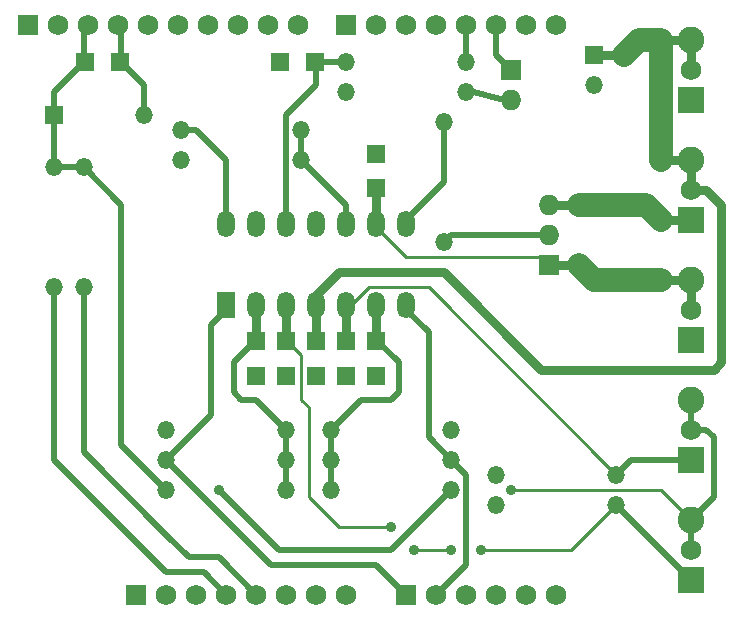
<source format=gtl>
G04 (created by PCBNEW (22-Jun-2014 BZR 4027)-stable) date Thu 21 Jun 2018 11:33:33 PM CDT*
%MOIN*%
G04 Gerber Fmt 3.4, Leading zero omitted, Abs format*
%FSLAX34Y34*%
G01*
G70*
G90*
G04 APERTURE LIST*
%ADD10C,0.00590551*%
%ADD11R,0.059X0.059*%
%ADD12O,0.059X0.059*%
%ADD13R,0.059X0.0885*%
%ADD14O,0.059X0.0885*%
%ADD15R,0.064X0.059*%
%ADD16R,0.059X0.064*%
%ADD17R,0.069X0.069*%
%ADD18C,0.069*%
%ADD19O,0.069X0.069*%
%ADD20R,0.089X0.089*%
%ADD21C,0.089*%
%ADD22C,0.035*%
%ADD23C,0.03*%
%ADD24C,0.08*%
%ADD25C,0.02*%
%ADD26C,0.01*%
G04 APERTURE END LIST*
G54D10*
G54D11*
X88250Y-50000D03*
G54D12*
X88250Y-51000D03*
G54D13*
X76000Y-58352D03*
G54D14*
X77000Y-58352D03*
X78000Y-58352D03*
X79000Y-58352D03*
X79000Y-55647D03*
X78000Y-55647D03*
X77000Y-55647D03*
X76000Y-55647D03*
X80000Y-58352D03*
X81000Y-58352D03*
X82000Y-58352D03*
X80000Y-55647D03*
X81000Y-55647D03*
X82000Y-55647D03*
G54D15*
X71300Y-50250D03*
X72450Y-50250D03*
G54D16*
X77000Y-59550D03*
X77000Y-60700D03*
X78000Y-59550D03*
X78000Y-60700D03*
X81000Y-54450D03*
X81000Y-53300D03*
X81000Y-59550D03*
X81000Y-60700D03*
X80000Y-59550D03*
X80000Y-60700D03*
X79000Y-59550D03*
X79000Y-60700D03*
G54D17*
X73000Y-68000D03*
G54D18*
X74000Y-68000D03*
X75000Y-68000D03*
X76000Y-68000D03*
X77000Y-68000D03*
X78000Y-68000D03*
X79000Y-68000D03*
X80000Y-68000D03*
G54D17*
X80000Y-49000D03*
G54D18*
X81000Y-49000D03*
X82000Y-49000D03*
X83000Y-49000D03*
X84000Y-49000D03*
X85000Y-49000D03*
X86000Y-49000D03*
X87000Y-49000D03*
G54D17*
X82000Y-68000D03*
G54D18*
X83000Y-68000D03*
X84000Y-68000D03*
X85000Y-68000D03*
X86000Y-68000D03*
X87000Y-68000D03*
G54D17*
X69400Y-49000D03*
G54D18*
X70400Y-49000D03*
X71400Y-49000D03*
X72400Y-49000D03*
X73400Y-49000D03*
X74400Y-49000D03*
X75400Y-49000D03*
X76400Y-49000D03*
X77400Y-49000D03*
X78400Y-49000D03*
G54D17*
X85500Y-50500D03*
G54D19*
X85500Y-51500D03*
G54D20*
X91500Y-51500D03*
G54D21*
X91500Y-49500D03*
G54D18*
X91500Y-50500D03*
G54D20*
X91500Y-55500D03*
G54D21*
X91500Y-53500D03*
G54D18*
X91500Y-54500D03*
G54D20*
X91500Y-59500D03*
G54D21*
X91500Y-57500D03*
G54D18*
X91500Y-58500D03*
G54D20*
X91500Y-63500D03*
G54D21*
X91500Y-61500D03*
G54D18*
X91500Y-62500D03*
G54D12*
X74500Y-53500D03*
X78500Y-53500D03*
X71250Y-57750D03*
X71250Y-53750D03*
X80000Y-50250D03*
X84000Y-50250D03*
G54D11*
X70250Y-52000D03*
G54D12*
X73250Y-52000D03*
X79500Y-63500D03*
X83500Y-63500D03*
X83500Y-62500D03*
X79500Y-62500D03*
X79500Y-64500D03*
X83500Y-64500D03*
X89000Y-64000D03*
X85000Y-64000D03*
X78000Y-63500D03*
X74000Y-63500D03*
X74000Y-62500D03*
X78000Y-62500D03*
X78000Y-64500D03*
X74000Y-64500D03*
X89000Y-65000D03*
X85000Y-65000D03*
X83250Y-56250D03*
X83250Y-52250D03*
X80000Y-51250D03*
X84000Y-51250D03*
X70250Y-57750D03*
X70250Y-53750D03*
X78500Y-52500D03*
X74500Y-52500D03*
G54D15*
X78950Y-50250D03*
X77800Y-50250D03*
G54D17*
X86750Y-57000D03*
G54D19*
X86750Y-56000D03*
X86750Y-55000D03*
G54D20*
X91500Y-67500D03*
G54D21*
X91500Y-65500D03*
G54D18*
X91500Y-66500D03*
G54D22*
X85500Y-64500D03*
X75750Y-64500D03*
X84500Y-66500D03*
X83500Y-66500D03*
X82250Y-66500D03*
X81500Y-65750D03*
G54D23*
X91500Y-54500D02*
X92000Y-54500D01*
X79000Y-58000D02*
X79000Y-58500D01*
X79750Y-57250D02*
X79000Y-58000D01*
X83250Y-57250D02*
X79750Y-57250D01*
X86500Y-60500D02*
X83250Y-57250D01*
X92250Y-60500D02*
X86500Y-60500D01*
X92500Y-60250D02*
X92250Y-60500D01*
X92500Y-55000D02*
X92500Y-60250D01*
X92000Y-54500D02*
X92500Y-55000D01*
X91500Y-53500D02*
X91500Y-54500D01*
G54D24*
X90500Y-49500D02*
X90500Y-53500D01*
G54D23*
X90500Y-53500D02*
X91500Y-53500D01*
X88250Y-50000D02*
X89000Y-50000D01*
X90500Y-49500D02*
X91500Y-49500D01*
G54D24*
X89750Y-49500D02*
X90500Y-49500D01*
X89250Y-50000D02*
X89750Y-49500D01*
G54D23*
X89000Y-50000D02*
X89250Y-50000D01*
X91500Y-49500D02*
X91500Y-50500D01*
X79000Y-59500D02*
X79000Y-58500D01*
G54D25*
X70250Y-57750D02*
X70250Y-63500D01*
X75250Y-67250D02*
X76000Y-68000D01*
X74000Y-67250D02*
X75250Y-67250D01*
X70250Y-63500D02*
X74000Y-67250D01*
X74000Y-66000D02*
X74750Y-66750D01*
X71250Y-63250D02*
X74000Y-66000D01*
X71250Y-57750D02*
X71250Y-63250D01*
X75750Y-66750D02*
X77000Y-68000D01*
X74750Y-66750D02*
X75750Y-66750D01*
X74000Y-63500D02*
X77500Y-67000D01*
X81000Y-67000D02*
X82000Y-68000D01*
X77500Y-67000D02*
X81000Y-67000D01*
X76000Y-58500D02*
X75500Y-59000D01*
X75500Y-62000D02*
X74000Y-63500D01*
X75500Y-59000D02*
X75500Y-62000D01*
X82000Y-58500D02*
X82750Y-59250D01*
X82750Y-62750D02*
X83500Y-63500D01*
X82750Y-59250D02*
X82750Y-62750D01*
X83500Y-63500D02*
X84000Y-64000D01*
X84000Y-67000D02*
X83000Y-68000D01*
X84000Y-66250D02*
X84000Y-67000D01*
X84000Y-64000D02*
X84000Y-66250D01*
X73250Y-52000D02*
X73250Y-51000D01*
X73250Y-51000D02*
X72500Y-50250D01*
X72500Y-50250D02*
X72500Y-49100D01*
X72500Y-49100D02*
X72400Y-49000D01*
G54D26*
X90500Y-64500D02*
X91500Y-65500D01*
X85500Y-64500D02*
X90500Y-64500D01*
G54D25*
X81500Y-66500D02*
X83500Y-64500D01*
X77750Y-66500D02*
X81500Y-66500D01*
X75750Y-64500D02*
X77750Y-66500D01*
X71250Y-53750D02*
X72500Y-55000D01*
X72500Y-63000D02*
X74000Y-64500D01*
X72500Y-55000D02*
X72500Y-63000D01*
X91500Y-62500D02*
X92000Y-62500D01*
X92000Y-62500D02*
X92250Y-62750D01*
X92250Y-62750D02*
X92250Y-64750D01*
X92250Y-64750D02*
X91500Y-65500D01*
X91500Y-65500D02*
X91500Y-66500D01*
X91500Y-61500D02*
X91500Y-62500D01*
X71250Y-53750D02*
X70250Y-53750D01*
X70250Y-53750D02*
X70250Y-52000D01*
X70250Y-52000D02*
X70250Y-51250D01*
X70250Y-51250D02*
X71250Y-50250D01*
X71250Y-50250D02*
X71250Y-49150D01*
X71250Y-49150D02*
X71400Y-49000D01*
X85000Y-49050D02*
X85000Y-50000D01*
X85000Y-50000D02*
X85500Y-50500D01*
X84000Y-50250D02*
X84000Y-49000D01*
X74500Y-52500D02*
X75000Y-52500D01*
X76000Y-53500D02*
X76000Y-55500D01*
X75000Y-52500D02*
X76000Y-53500D01*
X78500Y-53500D02*
X80000Y-55000D01*
X80000Y-55000D02*
X80000Y-55500D01*
X78500Y-52500D02*
X78500Y-53500D01*
X82000Y-55500D02*
X83250Y-54250D01*
X83250Y-54250D02*
X83250Y-52250D01*
X85500Y-51500D02*
X85250Y-51500D01*
X84250Y-51250D02*
X84000Y-51250D01*
X85250Y-51500D02*
X84250Y-51250D01*
X83250Y-56250D02*
X83500Y-56000D01*
X83500Y-56000D02*
X86750Y-56000D01*
X79000Y-50250D02*
X79000Y-51000D01*
X78000Y-52000D02*
X78000Y-55500D01*
X79000Y-51000D02*
X78000Y-52000D01*
X80000Y-50250D02*
X79000Y-50250D01*
G54D26*
X80000Y-58500D02*
X80750Y-57750D01*
X82750Y-57750D02*
X89000Y-64000D01*
X82250Y-57750D02*
X82750Y-57750D01*
X80750Y-57750D02*
X82250Y-57750D01*
G54D25*
X89000Y-64000D02*
X89500Y-63500D01*
X89500Y-63500D02*
X91500Y-63500D01*
G54D23*
X80000Y-58500D02*
X80000Y-59500D01*
G54D25*
X79500Y-62500D02*
X80500Y-61500D01*
X81750Y-60250D02*
X81000Y-59500D01*
X81750Y-61250D02*
X81750Y-60250D01*
X81500Y-61500D02*
X81750Y-61250D01*
X80500Y-61500D02*
X81500Y-61500D01*
X79500Y-63500D02*
X79500Y-62500D01*
X79500Y-64500D02*
X79500Y-63500D01*
G54D23*
X81000Y-58500D02*
X81000Y-59500D01*
G54D26*
X78750Y-64750D02*
X79750Y-65750D01*
X78500Y-60000D02*
X78500Y-61500D01*
X78500Y-61500D02*
X78750Y-61750D01*
X78750Y-61750D02*
X78750Y-64750D01*
X78000Y-59500D02*
X78500Y-60000D01*
X87500Y-66500D02*
X89000Y-65000D01*
X84500Y-66500D02*
X87500Y-66500D01*
X82250Y-66500D02*
X83500Y-66500D01*
X79750Y-65750D02*
X81500Y-65750D01*
G54D25*
X91500Y-67500D02*
X89000Y-65000D01*
G54D23*
X78000Y-58500D02*
X78000Y-59500D01*
G54D25*
X78000Y-62500D02*
X77000Y-61500D01*
X76250Y-60250D02*
X77000Y-59500D01*
X76250Y-61250D02*
X76250Y-60250D01*
X76500Y-61500D02*
X76250Y-61250D01*
X77000Y-61500D02*
X76500Y-61500D01*
X78000Y-63500D02*
X78000Y-62500D01*
X78000Y-64500D02*
X78000Y-63500D01*
G54D23*
X77000Y-58500D02*
X77000Y-59500D01*
X91500Y-55500D02*
X90500Y-55500D01*
X87750Y-55000D02*
X86750Y-55000D01*
G54D24*
X90000Y-55000D02*
X87750Y-55000D01*
X90500Y-55500D02*
X90000Y-55000D01*
G54D23*
X86750Y-57000D02*
X87500Y-57000D01*
X90500Y-57500D02*
X91500Y-57500D01*
G54D24*
X88250Y-57500D02*
X90500Y-57500D01*
X87750Y-57000D02*
X88250Y-57500D01*
G54D23*
X87500Y-57000D02*
X87750Y-57000D01*
X91500Y-57500D02*
X91500Y-58500D01*
G54D26*
X81000Y-55500D02*
X81000Y-55750D01*
X86500Y-56750D02*
X86750Y-57000D01*
X84250Y-56750D02*
X86500Y-56750D01*
X82000Y-56750D02*
X84250Y-56750D01*
X81000Y-55750D02*
X82000Y-56750D01*
G54D23*
X81000Y-55500D02*
X81000Y-54500D01*
M02*

</source>
